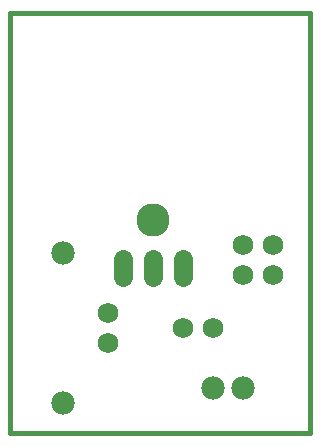
<source format=gts>
G75*
%MOIN*%
%OFA0B0*%
%FSLAX24Y24*%
%IPPOS*%
%LPD*%
%AMOC8*
5,1,8,0,0,1.08239X$1,22.5*
%
%ADD10C,0.0160*%
%ADD11C,0.0640*%
%ADD12C,0.0690*%
%ADD13C,0.0780*%
%ADD14C,0.1105*%
D10*
X000180Y000180D02*
X000180Y014180D01*
X010180Y014180D01*
X010180Y000180D01*
X000180Y000180D01*
D11*
X003930Y005380D02*
X003930Y005980D01*
X004930Y005980D02*
X004930Y005380D01*
X005930Y005380D02*
X005930Y005980D01*
D12*
X005930Y003680D03*
X006930Y003680D03*
X007930Y005430D03*
X007930Y006430D03*
X008930Y006430D03*
X008930Y005430D03*
X003430Y004180D03*
X003430Y003180D03*
D13*
X001930Y001180D03*
X001930Y006180D03*
X006930Y001680D03*
X007930Y001680D03*
D14*
X004930Y007280D03*
M02*

</source>
